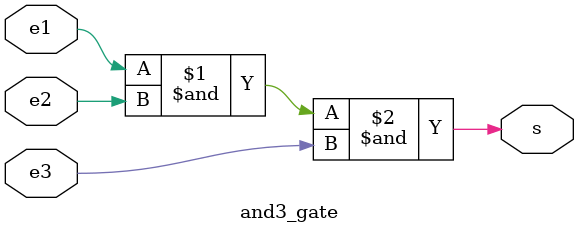
<source format=v>
module and3_gate (e1, e2, e3, s);
    input e1;
    input e2;
    input e3;
    output s;


    assign s = e1 & e2 & e3;

endmodule

</source>
